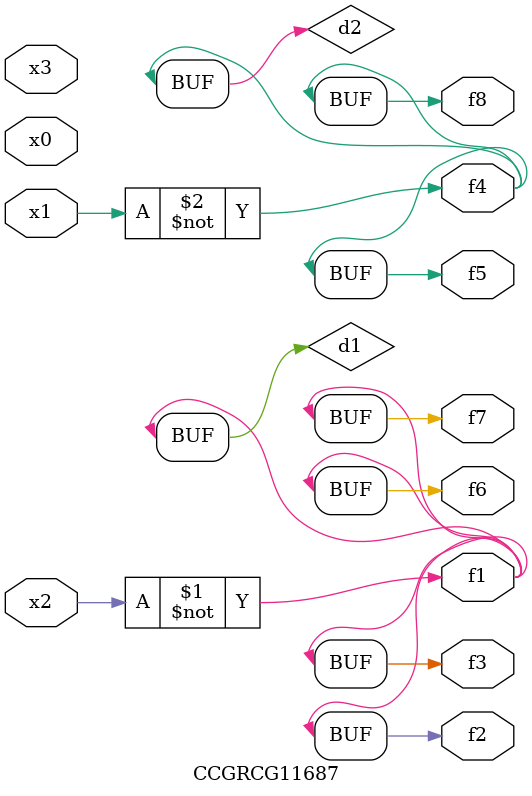
<source format=v>
module CCGRCG11687(
	input x0, x1, x2, x3,
	output f1, f2, f3, f4, f5, f6, f7, f8
);

	wire d1, d2;

	xnor (d1, x2);
	not (d2, x1);
	assign f1 = d1;
	assign f2 = d1;
	assign f3 = d1;
	assign f4 = d2;
	assign f5 = d2;
	assign f6 = d1;
	assign f7 = d1;
	assign f8 = d2;
endmodule

</source>
